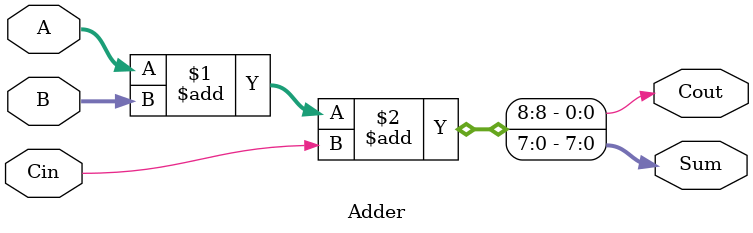
<source format=v>
module Adder(Sum, Cout, A, B, Cin);
	parameter N = 8;
	output [N-1:0]Sum;
	output Cout;
	input [N-1:0]A, B;
	input Cin;
	
	assign {Cout, Sum} = A + B + Cin;
	
endmodule
</source>
